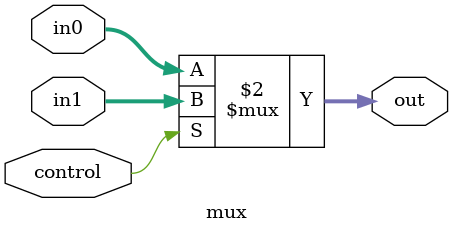
<source format=v>
`timescale 1ns / 1ps


module mux #(parameter Width=12)(
input [Width-1:0] in0,
input [Width-1:0] in1,
input             control,
output [Width-1:0] out
);


assign out = (control==0)? in0 : in1;

endmodule

</source>
